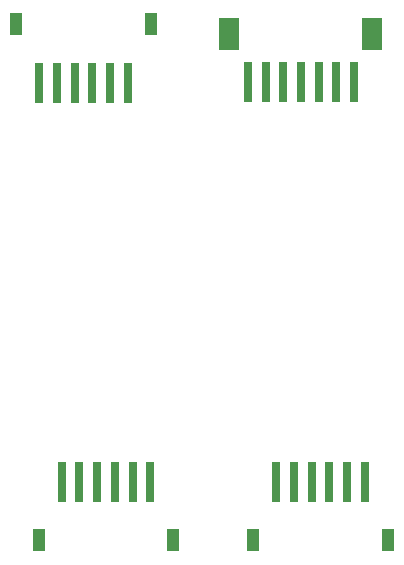
<source format=gtp>
G04 Layer: TopPasteMaskLayer*
G04 EasyEDA v6.5.42, 2024-04-10 10:33:45*
G04 677a2e3dccde402284f6343da6576b70,88035802e6a84ff2a66c0cebeecd398b,10*
G04 Gerber Generator version 0.2*
G04 Scale: 100 percent, Rotated: No, Reflected: No *
G04 Dimensions in millimeters *
G04 leading zeros omitted , absolute positions ,4 integer and 5 decimal *
%FSLAX45Y45*%
%MOMM*%

%ADD10R,0.8000X3.5000*%
%ADD11R,1.1000X1.9000*%
%ADD12R,0.7000X3.5000*%
%ADD13R,1.8000X2.7000*%

%LPD*%
D10*
G01*
X2749194Y12643002D03*
G01*
X2899206Y12643002D03*
G01*
X3049193Y12643002D03*
G01*
X3199206Y12643002D03*
G01*
X3349193Y12643002D03*
G01*
X3499205Y12643002D03*
D11*
G01*
X2554198Y13137997D03*
G01*
X3694201Y13137997D03*
D10*
G01*
X5505805Y9264497D03*
G01*
X5355793Y9264497D03*
G01*
X5205806Y9264497D03*
G01*
X5055793Y9264497D03*
G01*
X4905806Y9264497D03*
G01*
X4755794Y9264497D03*
D11*
G01*
X5700801Y8769502D03*
G01*
X4560798Y8769502D03*
D10*
G01*
X3689705Y9264599D03*
G01*
X3539693Y9264599D03*
G01*
X3389706Y9264599D03*
G01*
X3239693Y9264599D03*
G01*
X3089706Y9264599D03*
G01*
X2939694Y9264599D03*
D11*
G01*
X3884701Y8769604D03*
G01*
X2744698Y8769604D03*
D12*
G01*
X5415711Y12652197D03*
G01*
X5265724Y12652197D03*
G01*
X5115712Y12652197D03*
G01*
X4965725Y12652197D03*
G01*
X4815713Y12652197D03*
G01*
X4665725Y12652197D03*
G01*
X4515713Y12652197D03*
D13*
G01*
X5570702Y13052450D03*
G01*
X4360697Y13052602D03*
M02*

</source>
